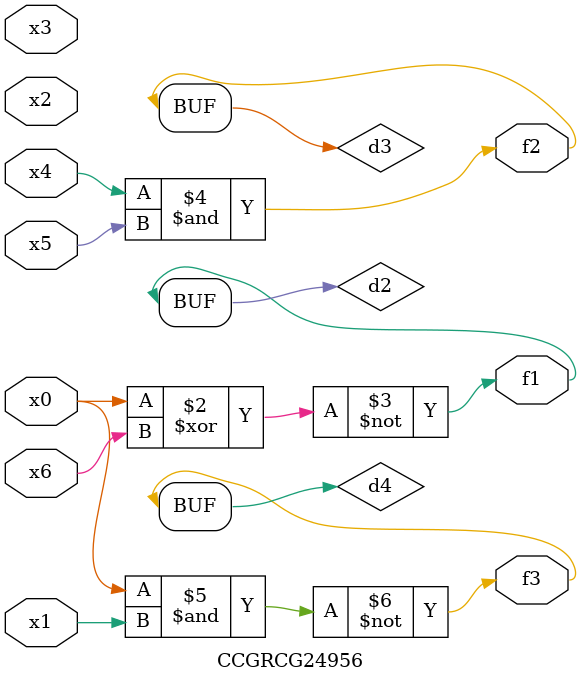
<source format=v>
module CCGRCG24956(
	input x0, x1, x2, x3, x4, x5, x6,
	output f1, f2, f3
);

	wire d1, d2, d3, d4;

	nor (d1, x0);
	xnor (d2, x0, x6);
	and (d3, x4, x5);
	nand (d4, x0, x1);
	assign f1 = d2;
	assign f2 = d3;
	assign f3 = d4;
endmodule

</source>
